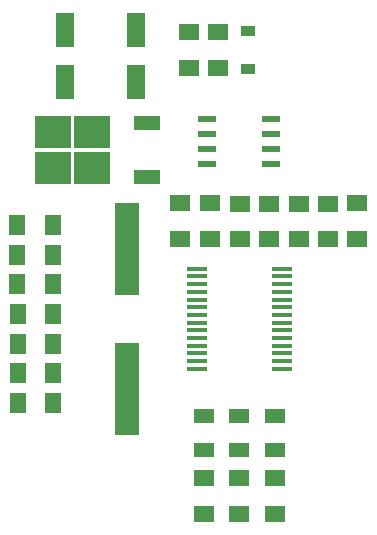
<source format=gbr>
G04 #@! TF.GenerationSoftware,KiCad,Pcbnew,(5.0.0)*
G04 #@! TF.CreationDate,2018-10-11T21:50:58+05:00*
G04 #@! TF.ProjectId,Dev Board,44657620426F6172642E6B696361645F,rev?*
G04 #@! TF.SameCoordinates,Original*
G04 #@! TF.FileFunction,Paste,Top*
G04 #@! TF.FilePolarity,Positive*
%FSLAX46Y46*%
G04 Gerber Fmt 4.6, Leading zero omitted, Abs format (unit mm)*
G04 Created by KiCad (PCBNEW (5.0.0)) date 10/11/18 21:50:58*
%MOMM*%
%LPD*%
G01*
G04 APERTURE LIST*
%ADD10R,1.395000X1.800000*%
%ADD11R,1.800000X1.395000*%
%ADD12R,1.600000X3.000000*%
%ADD13R,1.800000X1.220000*%
%ADD14R,1.550000X0.600000*%
%ADD15R,1.750000X0.450000*%
%ADD16R,2.200000X1.200000*%
%ADD17R,3.050000X2.750000*%
%ADD18R,2.000000X7.875000*%
%ADD19R,1.200000X0.900000*%
G04 APERTURE END LIST*
D10*
G04 #@! TO.C,C1*
X136285000Y-114500000D03*
X133250000Y-114500000D03*
G04 #@! TD*
D11*
G04 #@! TO.C,C2*
X149550000Y-105667500D03*
X149550000Y-102632500D03*
G04 #@! TD*
D10*
G04 #@! TO.C,C3*
X133250000Y-119500000D03*
X136285000Y-119500000D03*
G04 #@! TD*
G04 #@! TO.C,C4*
X136285000Y-117000000D03*
X133250000Y-117000000D03*
G04 #@! TD*
D11*
G04 #@! TO.C,C5*
X157050000Y-105685000D03*
X157050000Y-102650000D03*
G04 #@! TD*
G04 #@! TO.C,C6*
X159550000Y-105685000D03*
X159550000Y-102650000D03*
G04 #@! TD*
D10*
G04 #@! TO.C,C7*
X133232500Y-104500000D03*
X136267500Y-104500000D03*
G04 #@! TD*
G04 #@! TO.C,C8*
X133215000Y-107000000D03*
X136250000Y-107000000D03*
G04 #@! TD*
D11*
G04 #@! TO.C,C9*
X150250000Y-88150000D03*
X150250000Y-91185000D03*
G04 #@! TD*
D12*
G04 #@! TO.C,C10*
X137250000Y-87950000D03*
X137250000Y-92350000D03*
G04 #@! TD*
D11*
G04 #@! TO.C,C11*
X147750000Y-91167500D03*
X147750000Y-88132500D03*
G04 #@! TD*
D12*
G04 #@! TO.C,C12*
X143250000Y-92350000D03*
X143250000Y-87950000D03*
G04 #@! TD*
D13*
G04 #@! TO.C,D1*
X149000000Y-123510000D03*
X149000000Y-120650000D03*
G04 #@! TD*
G04 #@! TO.C,D2*
X152000000Y-120650000D03*
X152000000Y-123510000D03*
G04 #@! TD*
G04 #@! TO.C,D3*
X155000000Y-123510000D03*
X155000000Y-120650000D03*
G04 #@! TD*
D11*
G04 #@! TO.C,R1*
X162000000Y-102615000D03*
X162000000Y-105650000D03*
G04 #@! TD*
G04 #@! TO.C,R2*
X154550000Y-102650000D03*
X154550000Y-105685000D03*
G04 #@! TD*
G04 #@! TO.C,R3*
X152050000Y-105685000D03*
X152050000Y-102650000D03*
G04 #@! TD*
D10*
G04 #@! TO.C,R4*
X133232500Y-109500000D03*
X136267500Y-109500000D03*
G04 #@! TD*
D11*
G04 #@! TO.C,R5*
X149000000Y-125865000D03*
X149000000Y-128900000D03*
G04 #@! TD*
G04 #@! TO.C,R6*
X152000000Y-125900000D03*
X152000000Y-128935000D03*
G04 #@! TD*
G04 #@! TO.C,R7*
X155000000Y-128935000D03*
X155000000Y-125900000D03*
G04 #@! TD*
G04 #@! TO.C,R8*
X147000000Y-105650000D03*
X147000000Y-102615000D03*
G04 #@! TD*
D14*
G04 #@! TO.C,U1*
X149300000Y-95495000D03*
X149300000Y-96765000D03*
X149300000Y-98035000D03*
X149300000Y-99305000D03*
X154700000Y-99305000D03*
X154700000Y-98035000D03*
X154700000Y-96765000D03*
X154700000Y-95495000D03*
G04 #@! TD*
D15*
G04 #@! TO.C,U2*
X148400000Y-108175000D03*
X148400000Y-108825000D03*
X148400000Y-109475000D03*
X148400000Y-110125000D03*
X148400000Y-110775000D03*
X148400000Y-111425000D03*
X148400000Y-112075000D03*
X148400000Y-112725000D03*
X148400000Y-113375000D03*
X148400000Y-114025000D03*
X148400000Y-114675000D03*
X148400000Y-115325000D03*
X148400000Y-115975000D03*
X148400000Y-116625000D03*
X155600000Y-116625000D03*
X155600000Y-115975000D03*
X155600000Y-115325000D03*
X155600000Y-114675000D03*
X155600000Y-114025000D03*
X155600000Y-113375000D03*
X155600000Y-112725000D03*
X155600000Y-112075000D03*
X155600000Y-111425000D03*
X155600000Y-110775000D03*
X155600000Y-110125000D03*
X155600000Y-109475000D03*
X155600000Y-108825000D03*
X155600000Y-108175000D03*
G04 #@! TD*
D16*
G04 #@! TO.C,U3*
X144200000Y-100430000D03*
X144200000Y-95870000D03*
D17*
X136225000Y-96625000D03*
X139575000Y-99675000D03*
X136225000Y-99675000D03*
X139575000Y-96625000D03*
G04 #@! TD*
D18*
G04 #@! TO.C,Y1*
X142500000Y-106462500D03*
X142500000Y-118337500D03*
G04 #@! TD*
D10*
G04 #@! TO.C,C13*
X136285000Y-112000000D03*
X133250000Y-112000000D03*
G04 #@! TD*
D19*
G04 #@! TO.C,D4*
X152750000Y-91300000D03*
X152750000Y-88000000D03*
G04 #@! TD*
M02*

</source>
